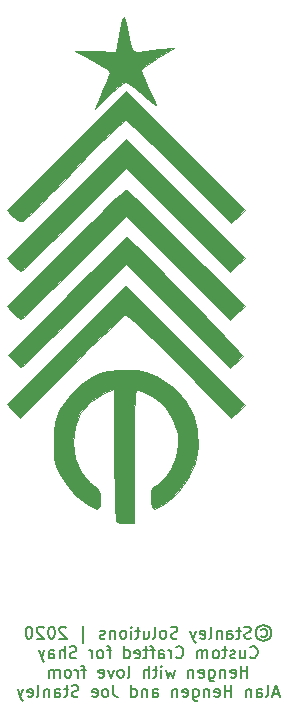
<source format=gbr>
%TF.GenerationSoftware,KiCad,Pcbnew,(5.1.8)-1*%
%TF.CreationDate,2020-12-11T20:22:55-08:00*%
%TF.ProjectId,TasmoTree,5461736d-6f54-4726-9565-2e6b69636164,rev?*%
%TF.SameCoordinates,Original*%
%TF.FileFunction,Legend,Bot*%
%TF.FilePolarity,Positive*%
%FSLAX46Y46*%
G04 Gerber Fmt 4.6, Leading zero omitted, Abs format (unit mm)*
G04 Created by KiCad (PCBNEW (5.1.8)-1) date 2020-12-11 20:22:55*
%MOMM*%
%LPD*%
G01*
G04 APERTURE LIST*
%ADD10C,0.150000*%
%ADD11C,0.010000*%
G04 APERTURE END LIST*
D10*
X136039619Y-120659476D02*
X136134857Y-120611857D01*
X136325333Y-120611857D01*
X136420571Y-120659476D01*
X136515809Y-120754714D01*
X136563428Y-120849952D01*
X136563428Y-121040428D01*
X136515809Y-121135666D01*
X136420571Y-121230904D01*
X136325333Y-121278523D01*
X136134857Y-121278523D01*
X136039619Y-121230904D01*
X136230095Y-120278523D02*
X136468190Y-120326142D01*
X136706285Y-120469000D01*
X136849142Y-120707095D01*
X136896761Y-120945190D01*
X136849142Y-121183285D01*
X136706285Y-121421380D01*
X136468190Y-121564238D01*
X136230095Y-121611857D01*
X135992000Y-121564238D01*
X135753904Y-121421380D01*
X135611047Y-121183285D01*
X135563428Y-120945190D01*
X135611047Y-120707095D01*
X135753904Y-120469000D01*
X135992000Y-120326142D01*
X136230095Y-120278523D01*
X135182476Y-121373761D02*
X135039619Y-121421380D01*
X134801523Y-121421380D01*
X134706285Y-121373761D01*
X134658666Y-121326142D01*
X134611047Y-121230904D01*
X134611047Y-121135666D01*
X134658666Y-121040428D01*
X134706285Y-120992809D01*
X134801523Y-120945190D01*
X134992000Y-120897571D01*
X135087238Y-120849952D01*
X135134857Y-120802333D01*
X135182476Y-120707095D01*
X135182476Y-120611857D01*
X135134857Y-120516619D01*
X135087238Y-120469000D01*
X134992000Y-120421380D01*
X134753904Y-120421380D01*
X134611047Y-120469000D01*
X134325333Y-120754714D02*
X133944380Y-120754714D01*
X134182476Y-120421380D02*
X134182476Y-121278523D01*
X134134857Y-121373761D01*
X134039619Y-121421380D01*
X133944380Y-121421380D01*
X133182476Y-121421380D02*
X133182476Y-120897571D01*
X133230095Y-120802333D01*
X133325333Y-120754714D01*
X133515809Y-120754714D01*
X133611047Y-120802333D01*
X133182476Y-121373761D02*
X133277714Y-121421380D01*
X133515809Y-121421380D01*
X133611047Y-121373761D01*
X133658666Y-121278523D01*
X133658666Y-121183285D01*
X133611047Y-121088047D01*
X133515809Y-121040428D01*
X133277714Y-121040428D01*
X133182476Y-120992809D01*
X132706285Y-120754714D02*
X132706285Y-121421380D01*
X132706285Y-120849952D02*
X132658666Y-120802333D01*
X132563428Y-120754714D01*
X132420571Y-120754714D01*
X132325333Y-120802333D01*
X132277714Y-120897571D01*
X132277714Y-121421380D01*
X131658666Y-121421380D02*
X131753904Y-121373761D01*
X131801523Y-121278523D01*
X131801523Y-120421380D01*
X130896761Y-121373761D02*
X130992000Y-121421380D01*
X131182476Y-121421380D01*
X131277714Y-121373761D01*
X131325333Y-121278523D01*
X131325333Y-120897571D01*
X131277714Y-120802333D01*
X131182476Y-120754714D01*
X130992000Y-120754714D01*
X130896761Y-120802333D01*
X130849142Y-120897571D01*
X130849142Y-120992809D01*
X131325333Y-121088047D01*
X130515809Y-120754714D02*
X130277714Y-121421380D01*
X130039619Y-120754714D02*
X130277714Y-121421380D01*
X130372952Y-121659476D01*
X130420571Y-121707095D01*
X130515809Y-121754714D01*
X128944380Y-121373761D02*
X128801523Y-121421380D01*
X128563428Y-121421380D01*
X128468190Y-121373761D01*
X128420571Y-121326142D01*
X128372952Y-121230904D01*
X128372952Y-121135666D01*
X128420571Y-121040428D01*
X128468190Y-120992809D01*
X128563428Y-120945190D01*
X128753904Y-120897571D01*
X128849142Y-120849952D01*
X128896761Y-120802333D01*
X128944380Y-120707095D01*
X128944380Y-120611857D01*
X128896761Y-120516619D01*
X128849142Y-120469000D01*
X128753904Y-120421380D01*
X128515809Y-120421380D01*
X128372952Y-120469000D01*
X127801523Y-121421380D02*
X127896761Y-121373761D01*
X127944380Y-121326142D01*
X127992000Y-121230904D01*
X127992000Y-120945190D01*
X127944380Y-120849952D01*
X127896761Y-120802333D01*
X127801523Y-120754714D01*
X127658666Y-120754714D01*
X127563428Y-120802333D01*
X127515809Y-120849952D01*
X127468190Y-120945190D01*
X127468190Y-121230904D01*
X127515809Y-121326142D01*
X127563428Y-121373761D01*
X127658666Y-121421380D01*
X127801523Y-121421380D01*
X126896761Y-121421380D02*
X126992000Y-121373761D01*
X127039619Y-121278523D01*
X127039619Y-120421380D01*
X126087238Y-120754714D02*
X126087238Y-121421380D01*
X126515809Y-120754714D02*
X126515809Y-121278523D01*
X126468190Y-121373761D01*
X126372952Y-121421380D01*
X126230095Y-121421380D01*
X126134857Y-121373761D01*
X126087238Y-121326142D01*
X125753904Y-120754714D02*
X125372952Y-120754714D01*
X125611047Y-120421380D02*
X125611047Y-121278523D01*
X125563428Y-121373761D01*
X125468190Y-121421380D01*
X125372952Y-121421380D01*
X125039619Y-121421380D02*
X125039619Y-120754714D01*
X125039619Y-120421380D02*
X125087238Y-120469000D01*
X125039619Y-120516619D01*
X124992000Y-120469000D01*
X125039619Y-120421380D01*
X125039619Y-120516619D01*
X124420571Y-121421380D02*
X124515809Y-121373761D01*
X124563428Y-121326142D01*
X124611047Y-121230904D01*
X124611047Y-120945190D01*
X124563428Y-120849952D01*
X124515809Y-120802333D01*
X124420571Y-120754714D01*
X124277714Y-120754714D01*
X124182476Y-120802333D01*
X124134857Y-120849952D01*
X124087238Y-120945190D01*
X124087238Y-121230904D01*
X124134857Y-121326142D01*
X124182476Y-121373761D01*
X124277714Y-121421380D01*
X124420571Y-121421380D01*
X123658666Y-120754714D02*
X123658666Y-121421380D01*
X123658666Y-120849952D02*
X123611047Y-120802333D01*
X123515809Y-120754714D01*
X123372952Y-120754714D01*
X123277714Y-120802333D01*
X123230095Y-120897571D01*
X123230095Y-121421380D01*
X122801523Y-121373761D02*
X122706285Y-121421380D01*
X122515809Y-121421380D01*
X122420571Y-121373761D01*
X122372952Y-121278523D01*
X122372952Y-121230904D01*
X122420571Y-121135666D01*
X122515809Y-121088047D01*
X122658666Y-121088047D01*
X122753904Y-121040428D01*
X122801523Y-120945190D01*
X122801523Y-120897571D01*
X122753904Y-120802333D01*
X122658666Y-120754714D01*
X122515809Y-120754714D01*
X122420571Y-120802333D01*
X120944380Y-121754714D02*
X120944380Y-120326142D01*
X119515809Y-120516619D02*
X119468190Y-120469000D01*
X119372952Y-120421380D01*
X119134857Y-120421380D01*
X119039619Y-120469000D01*
X118992000Y-120516619D01*
X118944380Y-120611857D01*
X118944380Y-120707095D01*
X118992000Y-120849952D01*
X119563428Y-121421380D01*
X118944380Y-121421380D01*
X118325333Y-120421380D02*
X118230095Y-120421380D01*
X118134857Y-120469000D01*
X118087238Y-120516619D01*
X118039619Y-120611857D01*
X117992000Y-120802333D01*
X117992000Y-121040428D01*
X118039619Y-121230904D01*
X118087238Y-121326142D01*
X118134857Y-121373761D01*
X118230095Y-121421380D01*
X118325333Y-121421380D01*
X118420571Y-121373761D01*
X118468190Y-121326142D01*
X118515809Y-121230904D01*
X118563428Y-121040428D01*
X118563428Y-120802333D01*
X118515809Y-120611857D01*
X118468190Y-120516619D01*
X118420571Y-120469000D01*
X118325333Y-120421380D01*
X117611047Y-120516619D02*
X117563428Y-120469000D01*
X117468190Y-120421380D01*
X117230095Y-120421380D01*
X117134857Y-120469000D01*
X117087238Y-120516619D01*
X117039619Y-120611857D01*
X117039619Y-120707095D01*
X117087238Y-120849952D01*
X117658666Y-121421380D01*
X117039619Y-121421380D01*
X116420571Y-120421380D02*
X116325333Y-120421380D01*
X116230095Y-120469000D01*
X116182476Y-120516619D01*
X116134857Y-120611857D01*
X116087238Y-120802333D01*
X116087238Y-121040428D01*
X116134857Y-121230904D01*
X116182476Y-121326142D01*
X116230095Y-121373761D01*
X116325333Y-121421380D01*
X116420571Y-121421380D01*
X116515809Y-121373761D01*
X116563428Y-121326142D01*
X116611047Y-121230904D01*
X116658666Y-121040428D01*
X116658666Y-120802333D01*
X116611047Y-120611857D01*
X116563428Y-120516619D01*
X116515809Y-120469000D01*
X116420571Y-120421380D01*
X135111047Y-122976142D02*
X135158666Y-123023761D01*
X135301523Y-123071380D01*
X135396761Y-123071380D01*
X135539619Y-123023761D01*
X135634857Y-122928523D01*
X135682476Y-122833285D01*
X135730095Y-122642809D01*
X135730095Y-122499952D01*
X135682476Y-122309476D01*
X135634857Y-122214238D01*
X135539619Y-122119000D01*
X135396761Y-122071380D01*
X135301523Y-122071380D01*
X135158666Y-122119000D01*
X135111047Y-122166619D01*
X134253904Y-122404714D02*
X134253904Y-123071380D01*
X134682476Y-122404714D02*
X134682476Y-122928523D01*
X134634857Y-123023761D01*
X134539619Y-123071380D01*
X134396761Y-123071380D01*
X134301523Y-123023761D01*
X134253904Y-122976142D01*
X133825333Y-123023761D02*
X133730095Y-123071380D01*
X133539619Y-123071380D01*
X133444380Y-123023761D01*
X133396761Y-122928523D01*
X133396761Y-122880904D01*
X133444380Y-122785666D01*
X133539619Y-122738047D01*
X133682476Y-122738047D01*
X133777714Y-122690428D01*
X133825333Y-122595190D01*
X133825333Y-122547571D01*
X133777714Y-122452333D01*
X133682476Y-122404714D01*
X133539619Y-122404714D01*
X133444380Y-122452333D01*
X133111047Y-122404714D02*
X132730095Y-122404714D01*
X132968190Y-122071380D02*
X132968190Y-122928523D01*
X132920571Y-123023761D01*
X132825333Y-123071380D01*
X132730095Y-123071380D01*
X132253904Y-123071380D02*
X132349142Y-123023761D01*
X132396761Y-122976142D01*
X132444380Y-122880904D01*
X132444380Y-122595190D01*
X132396761Y-122499952D01*
X132349142Y-122452333D01*
X132253904Y-122404714D01*
X132111047Y-122404714D01*
X132015809Y-122452333D01*
X131968190Y-122499952D01*
X131920571Y-122595190D01*
X131920571Y-122880904D01*
X131968190Y-122976142D01*
X132015809Y-123023761D01*
X132111047Y-123071380D01*
X132253904Y-123071380D01*
X131492000Y-123071380D02*
X131492000Y-122404714D01*
X131492000Y-122499952D02*
X131444380Y-122452333D01*
X131349142Y-122404714D01*
X131206285Y-122404714D01*
X131111047Y-122452333D01*
X131063428Y-122547571D01*
X131063428Y-123071380D01*
X131063428Y-122547571D02*
X131015809Y-122452333D01*
X130920571Y-122404714D01*
X130777714Y-122404714D01*
X130682476Y-122452333D01*
X130634857Y-122547571D01*
X130634857Y-123071380D01*
X128825333Y-122976142D02*
X128872952Y-123023761D01*
X129015809Y-123071380D01*
X129111047Y-123071380D01*
X129253904Y-123023761D01*
X129349142Y-122928523D01*
X129396761Y-122833285D01*
X129444380Y-122642809D01*
X129444380Y-122499952D01*
X129396761Y-122309476D01*
X129349142Y-122214238D01*
X129253904Y-122119000D01*
X129111047Y-122071380D01*
X129015809Y-122071380D01*
X128872952Y-122119000D01*
X128825333Y-122166619D01*
X128396761Y-123071380D02*
X128396761Y-122404714D01*
X128396761Y-122595190D02*
X128349142Y-122499952D01*
X128301523Y-122452333D01*
X128206285Y-122404714D01*
X128111047Y-122404714D01*
X127349142Y-123071380D02*
X127349142Y-122547571D01*
X127396761Y-122452333D01*
X127492000Y-122404714D01*
X127682476Y-122404714D01*
X127777714Y-122452333D01*
X127349142Y-123023761D02*
X127444380Y-123071380D01*
X127682476Y-123071380D01*
X127777714Y-123023761D01*
X127825333Y-122928523D01*
X127825333Y-122833285D01*
X127777714Y-122738047D01*
X127682476Y-122690428D01*
X127444380Y-122690428D01*
X127349142Y-122642809D01*
X127015809Y-122404714D02*
X126634857Y-122404714D01*
X126872952Y-123071380D02*
X126872952Y-122214238D01*
X126825333Y-122119000D01*
X126730095Y-122071380D01*
X126634857Y-122071380D01*
X126444380Y-122404714D02*
X126063428Y-122404714D01*
X126301523Y-122071380D02*
X126301523Y-122928523D01*
X126253904Y-123023761D01*
X126158666Y-123071380D01*
X126063428Y-123071380D01*
X125349142Y-123023761D02*
X125444380Y-123071380D01*
X125634857Y-123071380D01*
X125730095Y-123023761D01*
X125777714Y-122928523D01*
X125777714Y-122547571D01*
X125730095Y-122452333D01*
X125634857Y-122404714D01*
X125444380Y-122404714D01*
X125349142Y-122452333D01*
X125301523Y-122547571D01*
X125301523Y-122642809D01*
X125777714Y-122738047D01*
X124444380Y-123071380D02*
X124444380Y-122071380D01*
X124444380Y-123023761D02*
X124539619Y-123071380D01*
X124730095Y-123071380D01*
X124825333Y-123023761D01*
X124872952Y-122976142D01*
X124920571Y-122880904D01*
X124920571Y-122595190D01*
X124872952Y-122499952D01*
X124825333Y-122452333D01*
X124730095Y-122404714D01*
X124539619Y-122404714D01*
X124444380Y-122452333D01*
X123349142Y-122404714D02*
X122968190Y-122404714D01*
X123206285Y-123071380D02*
X123206285Y-122214238D01*
X123158666Y-122119000D01*
X123063428Y-122071380D01*
X122968190Y-122071380D01*
X122492000Y-123071380D02*
X122587238Y-123023761D01*
X122634857Y-122976142D01*
X122682476Y-122880904D01*
X122682476Y-122595190D01*
X122634857Y-122499952D01*
X122587238Y-122452333D01*
X122492000Y-122404714D01*
X122349142Y-122404714D01*
X122253904Y-122452333D01*
X122206285Y-122499952D01*
X122158666Y-122595190D01*
X122158666Y-122880904D01*
X122206285Y-122976142D01*
X122253904Y-123023761D01*
X122349142Y-123071380D01*
X122492000Y-123071380D01*
X121730095Y-123071380D02*
X121730095Y-122404714D01*
X121730095Y-122595190D02*
X121682476Y-122499952D01*
X121634857Y-122452333D01*
X121539619Y-122404714D01*
X121444380Y-122404714D01*
X120396761Y-123023761D02*
X120253904Y-123071380D01*
X120015809Y-123071380D01*
X119920571Y-123023761D01*
X119872952Y-122976142D01*
X119825333Y-122880904D01*
X119825333Y-122785666D01*
X119872952Y-122690428D01*
X119920571Y-122642809D01*
X120015809Y-122595190D01*
X120206285Y-122547571D01*
X120301523Y-122499952D01*
X120349142Y-122452333D01*
X120396761Y-122357095D01*
X120396761Y-122261857D01*
X120349142Y-122166619D01*
X120301523Y-122119000D01*
X120206285Y-122071380D01*
X119968190Y-122071380D01*
X119825333Y-122119000D01*
X119396761Y-123071380D02*
X119396761Y-122071380D01*
X118968190Y-123071380D02*
X118968190Y-122547571D01*
X119015809Y-122452333D01*
X119111047Y-122404714D01*
X119253904Y-122404714D01*
X119349142Y-122452333D01*
X119396761Y-122499952D01*
X118063428Y-123071380D02*
X118063428Y-122547571D01*
X118111047Y-122452333D01*
X118206285Y-122404714D01*
X118396761Y-122404714D01*
X118492000Y-122452333D01*
X118063428Y-123023761D02*
X118158666Y-123071380D01*
X118396761Y-123071380D01*
X118492000Y-123023761D01*
X118539619Y-122928523D01*
X118539619Y-122833285D01*
X118492000Y-122738047D01*
X118396761Y-122690428D01*
X118158666Y-122690428D01*
X118063428Y-122642809D01*
X117682476Y-122404714D02*
X117444380Y-123071380D01*
X117206285Y-122404714D02*
X117444380Y-123071380D01*
X117539619Y-123309476D01*
X117587238Y-123357095D01*
X117682476Y-123404714D01*
X134872952Y-124721380D02*
X134872952Y-123721380D01*
X134872952Y-124197571D02*
X134301523Y-124197571D01*
X134301523Y-124721380D02*
X134301523Y-123721380D01*
X133444380Y-124673761D02*
X133539619Y-124721380D01*
X133730095Y-124721380D01*
X133825333Y-124673761D01*
X133872952Y-124578523D01*
X133872952Y-124197571D01*
X133825333Y-124102333D01*
X133730095Y-124054714D01*
X133539619Y-124054714D01*
X133444380Y-124102333D01*
X133396761Y-124197571D01*
X133396761Y-124292809D01*
X133872952Y-124388047D01*
X132968190Y-124054714D02*
X132968190Y-124721380D01*
X132968190Y-124149952D02*
X132920571Y-124102333D01*
X132825333Y-124054714D01*
X132682476Y-124054714D01*
X132587238Y-124102333D01*
X132539619Y-124197571D01*
X132539619Y-124721380D01*
X131634857Y-124054714D02*
X131634857Y-124864238D01*
X131682476Y-124959476D01*
X131730095Y-125007095D01*
X131825333Y-125054714D01*
X131968190Y-125054714D01*
X132063428Y-125007095D01*
X131634857Y-124673761D02*
X131730095Y-124721380D01*
X131920571Y-124721380D01*
X132015809Y-124673761D01*
X132063428Y-124626142D01*
X132111047Y-124530904D01*
X132111047Y-124245190D01*
X132063428Y-124149952D01*
X132015809Y-124102333D01*
X131920571Y-124054714D01*
X131730095Y-124054714D01*
X131634857Y-124102333D01*
X130777714Y-124673761D02*
X130872952Y-124721380D01*
X131063428Y-124721380D01*
X131158666Y-124673761D01*
X131206285Y-124578523D01*
X131206285Y-124197571D01*
X131158666Y-124102333D01*
X131063428Y-124054714D01*
X130872952Y-124054714D01*
X130777714Y-124102333D01*
X130730095Y-124197571D01*
X130730095Y-124292809D01*
X131206285Y-124388047D01*
X130301523Y-124054714D02*
X130301523Y-124721380D01*
X130301523Y-124149952D02*
X130253904Y-124102333D01*
X130158666Y-124054714D01*
X130015809Y-124054714D01*
X129920571Y-124102333D01*
X129872952Y-124197571D01*
X129872952Y-124721380D01*
X128730095Y-124054714D02*
X128539619Y-124721380D01*
X128349142Y-124245190D01*
X128158666Y-124721380D01*
X127968190Y-124054714D01*
X127587238Y-124721380D02*
X127587238Y-124054714D01*
X127587238Y-123721380D02*
X127634857Y-123769000D01*
X127587238Y-123816619D01*
X127539619Y-123769000D01*
X127587238Y-123721380D01*
X127587238Y-123816619D01*
X127253904Y-124054714D02*
X126872952Y-124054714D01*
X127111047Y-123721380D02*
X127111047Y-124578523D01*
X127063428Y-124673761D01*
X126968190Y-124721380D01*
X126872952Y-124721380D01*
X126539619Y-124721380D02*
X126539619Y-123721380D01*
X126111047Y-124721380D02*
X126111047Y-124197571D01*
X126158666Y-124102333D01*
X126253904Y-124054714D01*
X126396761Y-124054714D01*
X126492000Y-124102333D01*
X126539619Y-124149952D01*
X124730095Y-124721380D02*
X124825333Y-124673761D01*
X124872952Y-124578523D01*
X124872952Y-123721380D01*
X124206285Y-124721380D02*
X124301523Y-124673761D01*
X124349142Y-124626142D01*
X124396761Y-124530904D01*
X124396761Y-124245190D01*
X124349142Y-124149952D01*
X124301523Y-124102333D01*
X124206285Y-124054714D01*
X124063428Y-124054714D01*
X123968190Y-124102333D01*
X123920571Y-124149952D01*
X123872952Y-124245190D01*
X123872952Y-124530904D01*
X123920571Y-124626142D01*
X123968190Y-124673761D01*
X124063428Y-124721380D01*
X124206285Y-124721380D01*
X123539619Y-124054714D02*
X123301523Y-124721380D01*
X123063428Y-124054714D01*
X122301523Y-124673761D02*
X122396761Y-124721380D01*
X122587238Y-124721380D01*
X122682476Y-124673761D01*
X122730095Y-124578523D01*
X122730095Y-124197571D01*
X122682476Y-124102333D01*
X122587238Y-124054714D01*
X122396761Y-124054714D01*
X122301523Y-124102333D01*
X122253904Y-124197571D01*
X122253904Y-124292809D01*
X122730095Y-124388047D01*
X121206285Y-124054714D02*
X120825333Y-124054714D01*
X121063428Y-124721380D02*
X121063428Y-123864238D01*
X121015809Y-123769000D01*
X120920571Y-123721380D01*
X120825333Y-123721380D01*
X120492000Y-124721380D02*
X120492000Y-124054714D01*
X120492000Y-124245190D02*
X120444380Y-124149952D01*
X120396761Y-124102333D01*
X120301523Y-124054714D01*
X120206285Y-124054714D01*
X119730095Y-124721380D02*
X119825333Y-124673761D01*
X119872952Y-124626142D01*
X119920571Y-124530904D01*
X119920571Y-124245190D01*
X119872952Y-124149952D01*
X119825333Y-124102333D01*
X119730095Y-124054714D01*
X119587238Y-124054714D01*
X119492000Y-124102333D01*
X119444380Y-124149952D01*
X119396761Y-124245190D01*
X119396761Y-124530904D01*
X119444380Y-124626142D01*
X119492000Y-124673761D01*
X119587238Y-124721380D01*
X119730095Y-124721380D01*
X118968190Y-124721380D02*
X118968190Y-124054714D01*
X118968190Y-124149952D02*
X118920571Y-124102333D01*
X118825333Y-124054714D01*
X118682476Y-124054714D01*
X118587238Y-124102333D01*
X118539619Y-124197571D01*
X118539619Y-124721380D01*
X118539619Y-124197571D02*
X118492000Y-124102333D01*
X118396761Y-124054714D01*
X118253904Y-124054714D01*
X118158666Y-124102333D01*
X118111047Y-124197571D01*
X118111047Y-124721380D01*
X137515809Y-126085666D02*
X137039619Y-126085666D01*
X137611047Y-126371380D02*
X137277714Y-125371380D01*
X136944380Y-126371380D01*
X136468190Y-126371380D02*
X136563428Y-126323761D01*
X136611047Y-126228523D01*
X136611047Y-125371380D01*
X135658666Y-126371380D02*
X135658666Y-125847571D01*
X135706285Y-125752333D01*
X135801523Y-125704714D01*
X135992000Y-125704714D01*
X136087238Y-125752333D01*
X135658666Y-126323761D02*
X135753904Y-126371380D01*
X135992000Y-126371380D01*
X136087238Y-126323761D01*
X136134857Y-126228523D01*
X136134857Y-126133285D01*
X136087238Y-126038047D01*
X135992000Y-125990428D01*
X135753904Y-125990428D01*
X135658666Y-125942809D01*
X135182476Y-125704714D02*
X135182476Y-126371380D01*
X135182476Y-125799952D02*
X135134857Y-125752333D01*
X135039619Y-125704714D01*
X134896761Y-125704714D01*
X134801523Y-125752333D01*
X134753904Y-125847571D01*
X134753904Y-126371380D01*
X133515809Y-126371380D02*
X133515809Y-125371380D01*
X133515809Y-125847571D02*
X132944380Y-125847571D01*
X132944380Y-126371380D02*
X132944380Y-125371380D01*
X132087238Y-126323761D02*
X132182476Y-126371380D01*
X132372952Y-126371380D01*
X132468190Y-126323761D01*
X132515809Y-126228523D01*
X132515809Y-125847571D01*
X132468190Y-125752333D01*
X132372952Y-125704714D01*
X132182476Y-125704714D01*
X132087238Y-125752333D01*
X132039619Y-125847571D01*
X132039619Y-125942809D01*
X132515809Y-126038047D01*
X131611047Y-125704714D02*
X131611047Y-126371380D01*
X131611047Y-125799952D02*
X131563428Y-125752333D01*
X131468190Y-125704714D01*
X131325333Y-125704714D01*
X131230095Y-125752333D01*
X131182476Y-125847571D01*
X131182476Y-126371380D01*
X130277714Y-125704714D02*
X130277714Y-126514238D01*
X130325333Y-126609476D01*
X130372952Y-126657095D01*
X130468190Y-126704714D01*
X130611047Y-126704714D01*
X130706285Y-126657095D01*
X130277714Y-126323761D02*
X130372952Y-126371380D01*
X130563428Y-126371380D01*
X130658666Y-126323761D01*
X130706285Y-126276142D01*
X130753904Y-126180904D01*
X130753904Y-125895190D01*
X130706285Y-125799952D01*
X130658666Y-125752333D01*
X130563428Y-125704714D01*
X130372952Y-125704714D01*
X130277714Y-125752333D01*
X129420571Y-126323761D02*
X129515809Y-126371380D01*
X129706285Y-126371380D01*
X129801523Y-126323761D01*
X129849142Y-126228523D01*
X129849142Y-125847571D01*
X129801523Y-125752333D01*
X129706285Y-125704714D01*
X129515809Y-125704714D01*
X129420571Y-125752333D01*
X129372952Y-125847571D01*
X129372952Y-125942809D01*
X129849142Y-126038047D01*
X128944380Y-125704714D02*
X128944380Y-126371380D01*
X128944380Y-125799952D02*
X128896761Y-125752333D01*
X128801523Y-125704714D01*
X128658666Y-125704714D01*
X128563428Y-125752333D01*
X128515809Y-125847571D01*
X128515809Y-126371380D01*
X126849142Y-126371380D02*
X126849142Y-125847571D01*
X126896761Y-125752333D01*
X126992000Y-125704714D01*
X127182476Y-125704714D01*
X127277714Y-125752333D01*
X126849142Y-126323761D02*
X126944380Y-126371380D01*
X127182476Y-126371380D01*
X127277714Y-126323761D01*
X127325333Y-126228523D01*
X127325333Y-126133285D01*
X127277714Y-126038047D01*
X127182476Y-125990428D01*
X126944380Y-125990428D01*
X126849142Y-125942809D01*
X126372952Y-125704714D02*
X126372952Y-126371380D01*
X126372952Y-125799952D02*
X126325333Y-125752333D01*
X126230095Y-125704714D01*
X126087238Y-125704714D01*
X125992000Y-125752333D01*
X125944380Y-125847571D01*
X125944380Y-126371380D01*
X125039619Y-126371380D02*
X125039619Y-125371380D01*
X125039619Y-126323761D02*
X125134857Y-126371380D01*
X125325333Y-126371380D01*
X125420571Y-126323761D01*
X125468190Y-126276142D01*
X125515809Y-126180904D01*
X125515809Y-125895190D01*
X125468190Y-125799952D01*
X125420571Y-125752333D01*
X125325333Y-125704714D01*
X125134857Y-125704714D01*
X125039619Y-125752333D01*
X123515809Y-125371380D02*
X123515809Y-126085666D01*
X123563428Y-126228523D01*
X123658666Y-126323761D01*
X123801523Y-126371380D01*
X123896761Y-126371380D01*
X122896761Y-126371380D02*
X122992000Y-126323761D01*
X123039619Y-126276142D01*
X123087238Y-126180904D01*
X123087238Y-125895190D01*
X123039619Y-125799952D01*
X122992000Y-125752333D01*
X122896761Y-125704714D01*
X122753904Y-125704714D01*
X122658666Y-125752333D01*
X122611047Y-125799952D01*
X122563428Y-125895190D01*
X122563428Y-126180904D01*
X122611047Y-126276142D01*
X122658666Y-126323761D01*
X122753904Y-126371380D01*
X122896761Y-126371380D01*
X121753904Y-126323761D02*
X121849142Y-126371380D01*
X122039619Y-126371380D01*
X122134857Y-126323761D01*
X122182476Y-126228523D01*
X122182476Y-125847571D01*
X122134857Y-125752333D01*
X122039619Y-125704714D01*
X121849142Y-125704714D01*
X121753904Y-125752333D01*
X121706285Y-125847571D01*
X121706285Y-125942809D01*
X122182476Y-126038047D01*
X120563428Y-126323761D02*
X120420571Y-126371380D01*
X120182476Y-126371380D01*
X120087238Y-126323761D01*
X120039619Y-126276142D01*
X119992000Y-126180904D01*
X119992000Y-126085666D01*
X120039619Y-125990428D01*
X120087238Y-125942809D01*
X120182476Y-125895190D01*
X120372952Y-125847571D01*
X120468190Y-125799952D01*
X120515809Y-125752333D01*
X120563428Y-125657095D01*
X120563428Y-125561857D01*
X120515809Y-125466619D01*
X120468190Y-125419000D01*
X120372952Y-125371380D01*
X120134857Y-125371380D01*
X119992000Y-125419000D01*
X119706285Y-125704714D02*
X119325333Y-125704714D01*
X119563428Y-125371380D02*
X119563428Y-126228523D01*
X119515809Y-126323761D01*
X119420571Y-126371380D01*
X119325333Y-126371380D01*
X118563428Y-126371380D02*
X118563428Y-125847571D01*
X118611047Y-125752333D01*
X118706285Y-125704714D01*
X118896761Y-125704714D01*
X118992000Y-125752333D01*
X118563428Y-126323761D02*
X118658666Y-126371380D01*
X118896761Y-126371380D01*
X118992000Y-126323761D01*
X119039619Y-126228523D01*
X119039619Y-126133285D01*
X118992000Y-126038047D01*
X118896761Y-125990428D01*
X118658666Y-125990428D01*
X118563428Y-125942809D01*
X118087238Y-125704714D02*
X118087238Y-126371380D01*
X118087238Y-125799952D02*
X118039619Y-125752333D01*
X117944380Y-125704714D01*
X117801523Y-125704714D01*
X117706285Y-125752333D01*
X117658666Y-125847571D01*
X117658666Y-126371380D01*
X117039619Y-126371380D02*
X117134857Y-126323761D01*
X117182476Y-126228523D01*
X117182476Y-125371380D01*
X116277714Y-126323761D02*
X116372952Y-126371380D01*
X116563428Y-126371380D01*
X116658666Y-126323761D01*
X116706285Y-126228523D01*
X116706285Y-125847571D01*
X116658666Y-125752333D01*
X116563428Y-125704714D01*
X116372952Y-125704714D01*
X116277714Y-125752333D01*
X116230095Y-125847571D01*
X116230095Y-125942809D01*
X116706285Y-126038047D01*
X115896761Y-125704714D02*
X115658666Y-126371380D01*
X115420571Y-125704714D02*
X115658666Y-126371380D01*
X115753904Y-126609476D01*
X115801523Y-126657095D01*
X115896761Y-126704714D01*
D11*
%TO.C,G\u002A\u002A\u002A*%
G36*
X124515405Y-69066510D02*
G01*
X124673414Y-69707008D01*
X124774003Y-70162959D01*
X124958748Y-70978552D01*
X125102417Y-71470069D01*
X125246561Y-71711350D01*
X125432727Y-71776230D01*
X125664758Y-71745955D01*
X126154285Y-71669254D01*
X126865298Y-71578621D01*
X127406400Y-71518686D01*
X128625600Y-71392981D01*
X127254000Y-72232950D01*
X126608978Y-72656678D01*
X126126964Y-73028024D01*
X125892569Y-73280192D01*
X125882560Y-73315659D01*
X125964890Y-73610929D01*
X126180849Y-74154355D01*
X126484148Y-74829689D01*
X126492160Y-74846644D01*
X126794168Y-75497910D01*
X127012173Y-75992579D01*
X127101326Y-76228693D01*
X127101600Y-76232199D01*
X126961805Y-76156336D01*
X126590999Y-75868009D01*
X126062045Y-75424604D01*
X125917436Y-75299554D01*
X125331823Y-74809359D01*
X124855460Y-74445739D01*
X124576052Y-74274834D01*
X124551728Y-74269600D01*
X124331903Y-74403199D01*
X123907489Y-74758408D01*
X123358612Y-75266840D01*
X123182700Y-75438000D01*
X121995216Y-76606400D01*
X122393872Y-75590400D01*
X122680329Y-74879687D01*
X122955966Y-74226320D01*
X123063481Y-73984433D01*
X123192609Y-73712240D01*
X123242121Y-73516828D01*
X123159027Y-73341813D01*
X122890336Y-73130810D01*
X122383059Y-72827434D01*
X121584206Y-72375301D01*
X121513600Y-72335262D01*
X120294400Y-71643411D01*
X122005823Y-71686505D01*
X123717246Y-71729600D01*
X123979314Y-70330326D01*
X124153692Y-69428971D01*
X124282918Y-68921726D01*
X124394365Y-68802828D01*
X124515405Y-69066510D01*
G37*
X124515405Y-69066510D02*
X124673414Y-69707008D01*
X124774003Y-70162959D01*
X124958748Y-70978552D01*
X125102417Y-71470069D01*
X125246561Y-71711350D01*
X125432727Y-71776230D01*
X125664758Y-71745955D01*
X126154285Y-71669254D01*
X126865298Y-71578621D01*
X127406400Y-71518686D01*
X128625600Y-71392981D01*
X127254000Y-72232950D01*
X126608978Y-72656678D01*
X126126964Y-73028024D01*
X125892569Y-73280192D01*
X125882560Y-73315659D01*
X125964890Y-73610929D01*
X126180849Y-74154355D01*
X126484148Y-74829689D01*
X126492160Y-74846644D01*
X126794168Y-75497910D01*
X127012173Y-75992579D01*
X127101326Y-76228693D01*
X127101600Y-76232199D01*
X126961805Y-76156336D01*
X126590999Y-75868009D01*
X126062045Y-75424604D01*
X125917436Y-75299554D01*
X125331823Y-74809359D01*
X124855460Y-74445739D01*
X124576052Y-74274834D01*
X124551728Y-74269600D01*
X124331903Y-74403199D01*
X123907489Y-74758408D01*
X123358612Y-75266840D01*
X123182700Y-75438000D01*
X121995216Y-76606400D01*
X122393872Y-75590400D01*
X122680329Y-74879687D01*
X122955966Y-74226320D01*
X123063481Y-73984433D01*
X123192609Y-73712240D01*
X123242121Y-73516828D01*
X123159027Y-73341813D01*
X122890336Y-73130810D01*
X122383059Y-72827434D01*
X121584206Y-72375301D01*
X121513600Y-72335262D01*
X120294400Y-71643411D01*
X122005823Y-71686505D01*
X123717246Y-71729600D01*
X123979314Y-70330326D01*
X124153692Y-69428971D01*
X124282918Y-68921726D01*
X124394365Y-68802828D01*
X124515405Y-69066510D01*
G36*
X134631526Y-85155322D02*
G01*
X133489712Y-86249250D01*
X129129028Y-81885025D01*
X128032306Y-80794893D01*
X127021330Y-79804270D01*
X126133209Y-78948398D01*
X125405056Y-78262516D01*
X124873979Y-77781866D01*
X124577090Y-77541687D01*
X124533210Y-77520800D01*
X124336493Y-77661281D01*
X123895942Y-78058333D01*
X123249181Y-78675366D01*
X122433831Y-79475790D01*
X121487517Y-80423014D01*
X120447861Y-81480450D01*
X120197745Y-81737200D01*
X119138727Y-82822172D01*
X118163411Y-83813724D01*
X117309881Y-84673745D01*
X116616220Y-85364125D01*
X116120513Y-85846752D01*
X115860841Y-86083516D01*
X115839353Y-86098723D01*
X115527245Y-86060836D01*
X115098491Y-85738465D01*
X115046941Y-85686105D01*
X114512591Y-85128365D01*
X119538605Y-80105367D01*
X124564618Y-75082370D01*
X134631526Y-85155322D01*
G37*
X134631526Y-85155322D02*
X133489712Y-86249250D01*
X129129028Y-81885025D01*
X128032306Y-80794893D01*
X127021330Y-79804270D01*
X126133209Y-78948398D01*
X125405056Y-78262516D01*
X124873979Y-77781866D01*
X124577090Y-77541687D01*
X124533210Y-77520800D01*
X124336493Y-77661281D01*
X123895942Y-78058333D01*
X123249181Y-78675366D01*
X122433831Y-79475790D01*
X121487517Y-80423014D01*
X120447861Y-81480450D01*
X120197745Y-81737200D01*
X119138727Y-82822172D01*
X118163411Y-83813724D01*
X117309881Y-84673745D01*
X116616220Y-85364125D01*
X116120513Y-85846752D01*
X115860841Y-86083516D01*
X115839353Y-86098723D01*
X115527245Y-86060836D01*
X115098491Y-85738465D01*
X115046941Y-85686105D01*
X114512591Y-85128365D01*
X119538605Y-80105367D01*
X124564618Y-75082370D01*
X134631526Y-85155322D01*
G36*
X134631526Y-89219322D02*
G01*
X134010517Y-89814287D01*
X133389507Y-90409252D01*
X128973820Y-85996987D01*
X124558133Y-81584721D01*
X120192839Y-85953560D01*
X119100899Y-87042706D01*
X118101282Y-88032714D01*
X117229954Y-88888524D01*
X116522879Y-89575074D01*
X116016024Y-90057300D01*
X115745354Y-90300142D01*
X115711389Y-90322400D01*
X115509500Y-90189554D01*
X115154234Y-89860074D01*
X115053912Y-89757382D01*
X114512591Y-89192365D01*
X119538605Y-84169367D01*
X124564618Y-79146370D01*
X134631526Y-89219322D01*
G37*
X134631526Y-89219322D02*
X134010517Y-89814287D01*
X133389507Y-90409252D01*
X128973820Y-85996987D01*
X124558133Y-81584721D01*
X120192839Y-85953560D01*
X119100899Y-87042706D01*
X118101282Y-88032714D01*
X117229954Y-88888524D01*
X116522879Y-89575074D01*
X116016024Y-90057300D01*
X115745354Y-90300142D01*
X115711389Y-90322400D01*
X115509500Y-90189554D01*
X115154234Y-89860074D01*
X115053912Y-89757382D01*
X114512591Y-89192365D01*
X119538605Y-84169367D01*
X124564618Y-79146370D01*
X134631526Y-89219322D01*
G36*
X124751288Y-83552477D02*
G01*
X125189443Y-83947065D01*
X125844738Y-84564297D01*
X126682765Y-85371109D01*
X127669119Y-86334435D01*
X128769391Y-87421208D01*
X129699703Y-88348476D01*
X134631496Y-93283352D01*
X134010501Y-93878302D01*
X133389507Y-94473252D01*
X128973820Y-90060987D01*
X124558133Y-85648721D01*
X120192839Y-90017560D01*
X119100899Y-91106706D01*
X118101282Y-92096714D01*
X117229954Y-92952524D01*
X116522879Y-93639074D01*
X116016024Y-94121300D01*
X115745354Y-94364142D01*
X115711389Y-94386400D01*
X115509500Y-94253554D01*
X115154232Y-93924073D01*
X115053897Y-93821366D01*
X114512561Y-93256333D01*
X119437005Y-88334966D01*
X120602601Y-87175826D01*
X121681475Y-86113899D01*
X122639158Y-85182267D01*
X123441184Y-84414010D01*
X124053084Y-83842209D01*
X124440392Y-83499945D01*
X124564679Y-83413600D01*
X124751288Y-83552477D01*
G37*
X124751288Y-83552477D02*
X125189443Y-83947065D01*
X125844738Y-84564297D01*
X126682765Y-85371109D01*
X127669119Y-86334435D01*
X128769391Y-87421208D01*
X129699703Y-88348476D01*
X134631496Y-93283352D01*
X134010501Y-93878302D01*
X133389507Y-94473252D01*
X128973820Y-90060987D01*
X124558133Y-85648721D01*
X120192839Y-90017560D01*
X119100899Y-91106706D01*
X118101282Y-92096714D01*
X117229954Y-92952524D01*
X116522879Y-93639074D01*
X116016024Y-94121300D01*
X115745354Y-94364142D01*
X115711389Y-94386400D01*
X115509500Y-94253554D01*
X115154232Y-93924073D01*
X115053897Y-93821366D01*
X114512561Y-93256333D01*
X119437005Y-88334966D01*
X120602601Y-87175826D01*
X121681475Y-86113899D01*
X122639158Y-85182267D01*
X123441184Y-84414010D01*
X124053084Y-83842209D01*
X124440392Y-83499945D01*
X124564679Y-83413600D01*
X124751288Y-83552477D01*
G36*
X127123736Y-89825420D02*
G01*
X128173529Y-90878710D01*
X129372492Y-92099265D01*
X130593321Y-93356488D01*
X131708711Y-94519781D01*
X132026953Y-94855500D01*
X134485362Y-97458200D01*
X133397912Y-98545650D01*
X128978023Y-94129186D01*
X124558133Y-89712721D01*
X120192839Y-94081560D01*
X119100782Y-95170740D01*
X118100905Y-96160776D01*
X117229198Y-97016601D01*
X116521649Y-97703152D01*
X116014251Y-98185361D01*
X115742992Y-98428164D01*
X115708792Y-98450400D01*
X115503693Y-98316911D01*
X115158386Y-97990255D01*
X115108164Y-97937465D01*
X114626287Y-97424530D01*
X118476343Y-93517865D01*
X119568736Y-92412705D01*
X120633446Y-91341611D01*
X121617370Y-90357549D01*
X122467400Y-89513487D01*
X123130433Y-88862393D01*
X123502665Y-88504620D01*
X124678930Y-87398041D01*
X127123736Y-89825420D01*
G37*
X127123736Y-89825420D02*
X128173529Y-90878710D01*
X129372492Y-92099265D01*
X130593321Y-93356488D01*
X131708711Y-94519781D01*
X132026953Y-94855500D01*
X134485362Y-97458200D01*
X133397912Y-98545650D01*
X128978023Y-94129186D01*
X124558133Y-89712721D01*
X120192839Y-94081560D01*
X119100782Y-95170740D01*
X118100905Y-96160776D01*
X117229198Y-97016601D01*
X116521649Y-97703152D01*
X116014251Y-98185361D01*
X115742992Y-98428164D01*
X115708792Y-98450400D01*
X115503693Y-98316911D01*
X115158386Y-97990255D01*
X115108164Y-97937465D01*
X114626287Y-97424530D01*
X118476343Y-93517865D01*
X119568736Y-92412705D01*
X120633446Y-91341611D01*
X121617370Y-90357549D01*
X122467400Y-89513487D01*
X123130433Y-88862393D01*
X123502665Y-88504620D01*
X124678930Y-87398041D01*
X127123736Y-89825420D01*
G36*
X134631526Y-101614522D02*
G01*
X133489712Y-102708450D01*
X129129028Y-98344225D01*
X128033748Y-97254517D01*
X127025981Y-96264224D01*
X126142536Y-95408543D01*
X125420221Y-94722672D01*
X124895846Y-94241809D01*
X124606218Y-94001151D01*
X124565066Y-93980000D01*
X124375759Y-94118519D01*
X123937239Y-94510668D01*
X123286278Y-95121334D01*
X122459651Y-95915400D01*
X121494129Y-96857755D01*
X120426487Y-97913284D01*
X119983934Y-98354461D01*
X115606081Y-102728922D01*
X115059336Y-102158243D01*
X114512591Y-101587565D01*
X119538605Y-96564567D01*
X124564618Y-91541570D01*
X134631526Y-101614522D01*
G37*
X134631526Y-101614522D02*
X133489712Y-102708450D01*
X129129028Y-98344225D01*
X128033748Y-97254517D01*
X127025981Y-96264224D01*
X126142536Y-95408543D01*
X125420221Y-94722672D01*
X124895846Y-94241809D01*
X124606218Y-94001151D01*
X124565066Y-93980000D01*
X124375759Y-94118519D01*
X123937239Y-94510668D01*
X123286278Y-95121334D01*
X122459651Y-95915400D01*
X121494129Y-96857755D01*
X120426487Y-97913284D01*
X119983934Y-98354461D01*
X115606081Y-102728922D01*
X115059336Y-102158243D01*
X114512591Y-101587565D01*
X119538605Y-96564567D01*
X124564618Y-91541570D01*
X134631526Y-101614522D01*
G36*
X125567926Y-98697367D02*
G01*
X126314397Y-98864645D01*
X127131229Y-99209394D01*
X127271314Y-99278544D01*
X128562175Y-100127979D01*
X129554317Y-101199721D01*
X130243258Y-102435743D01*
X130624516Y-103778019D01*
X130693606Y-105168522D01*
X130446048Y-106549228D01*
X129877357Y-107862109D01*
X128983051Y-109049140D01*
X128086373Y-109828860D01*
X127425332Y-110266843D01*
X127008038Y-110415226D01*
X126783394Y-110264105D01*
X126700301Y-109803572D01*
X126695200Y-109559136D01*
X126738911Y-108958850D01*
X126913408Y-108610748D01*
X127197096Y-108410466D01*
X127856117Y-107858762D01*
X128415735Y-107025125D01*
X128825057Y-106031119D01*
X129033188Y-104998305D01*
X129000388Y-104103207D01*
X128617110Y-102949087D01*
X127971621Y-101893714D01*
X127577409Y-101458379D01*
X127080419Y-101068687D01*
X126495579Y-100722988D01*
X125938969Y-100476498D01*
X125526666Y-100384433D01*
X125400209Y-100422723D01*
X125366755Y-100651677D01*
X125336585Y-101233388D01*
X125310904Y-102114220D01*
X125290913Y-103240534D01*
X125277816Y-104558693D01*
X125272816Y-106015061D01*
X125272800Y-106104266D01*
X125272800Y-111658400D01*
X124555222Y-111658400D01*
X124053057Y-111593434D01*
X123759142Y-111434079D01*
X123743200Y-111404400D01*
X123716192Y-111140364D01*
X123688307Y-110525916D01*
X123660986Y-109617036D01*
X123635666Y-108469706D01*
X123613789Y-107139906D01*
X123597178Y-105724520D01*
X123545600Y-100298640D01*
X122732800Y-100666237D01*
X121565715Y-101383343D01*
X120737776Y-102324274D01*
X120250821Y-103486171D01*
X120105562Y-104749600D01*
X120267972Y-106135301D01*
X120757425Y-107284778D01*
X121579549Y-108210505D01*
X121714924Y-108317945D01*
X122184377Y-108741070D01*
X122389003Y-109164645D01*
X122428000Y-109650517D01*
X122374352Y-110196694D01*
X122175392Y-110412897D01*
X121774095Y-110320186D01*
X121310400Y-110063281D01*
X120293463Y-109254665D01*
X119398824Y-108201230D01*
X118921716Y-107402316D01*
X118675727Y-106807434D01*
X118535402Y-106173663D01*
X118476654Y-105359422D01*
X118470466Y-104749600D01*
X118493099Y-103814809D01*
X118574312Y-103137273D01*
X118743485Y-102568895D01*
X119019648Y-101981335D01*
X119731543Y-100931740D01*
X120669575Y-99991553D01*
X121712601Y-99269402D01*
X122373869Y-98973660D01*
X123099937Y-98800293D01*
X124002771Y-98684065D01*
X124666942Y-98653600D01*
X125567926Y-98697367D01*
G37*
X125567926Y-98697367D02*
X126314397Y-98864645D01*
X127131229Y-99209394D01*
X127271314Y-99278544D01*
X128562175Y-100127979D01*
X129554317Y-101199721D01*
X130243258Y-102435743D01*
X130624516Y-103778019D01*
X130693606Y-105168522D01*
X130446048Y-106549228D01*
X129877357Y-107862109D01*
X128983051Y-109049140D01*
X128086373Y-109828860D01*
X127425332Y-110266843D01*
X127008038Y-110415226D01*
X126783394Y-110264105D01*
X126700301Y-109803572D01*
X126695200Y-109559136D01*
X126738911Y-108958850D01*
X126913408Y-108610748D01*
X127197096Y-108410466D01*
X127856117Y-107858762D01*
X128415735Y-107025125D01*
X128825057Y-106031119D01*
X129033188Y-104998305D01*
X129000388Y-104103207D01*
X128617110Y-102949087D01*
X127971621Y-101893714D01*
X127577409Y-101458379D01*
X127080419Y-101068687D01*
X126495579Y-100722988D01*
X125938969Y-100476498D01*
X125526666Y-100384433D01*
X125400209Y-100422723D01*
X125366755Y-100651677D01*
X125336585Y-101233388D01*
X125310904Y-102114220D01*
X125290913Y-103240534D01*
X125277816Y-104558693D01*
X125272816Y-106015061D01*
X125272800Y-106104266D01*
X125272800Y-111658400D01*
X124555222Y-111658400D01*
X124053057Y-111593434D01*
X123759142Y-111434079D01*
X123743200Y-111404400D01*
X123716192Y-111140364D01*
X123688307Y-110525916D01*
X123660986Y-109617036D01*
X123635666Y-108469706D01*
X123613789Y-107139906D01*
X123597178Y-105724520D01*
X123545600Y-100298640D01*
X122732800Y-100666237D01*
X121565715Y-101383343D01*
X120737776Y-102324274D01*
X120250821Y-103486171D01*
X120105562Y-104749600D01*
X120267972Y-106135301D01*
X120757425Y-107284778D01*
X121579549Y-108210505D01*
X121714924Y-108317945D01*
X122184377Y-108741070D01*
X122389003Y-109164645D01*
X122428000Y-109650517D01*
X122374352Y-110196694D01*
X122175392Y-110412897D01*
X121774095Y-110320186D01*
X121310400Y-110063281D01*
X120293463Y-109254665D01*
X119398824Y-108201230D01*
X118921716Y-107402316D01*
X118675727Y-106807434D01*
X118535402Y-106173663D01*
X118476654Y-105359422D01*
X118470466Y-104749600D01*
X118493099Y-103814809D01*
X118574312Y-103137273D01*
X118743485Y-102568895D01*
X119019648Y-101981335D01*
X119731543Y-100931740D01*
X120669575Y-99991553D01*
X121712601Y-99269402D01*
X122373869Y-98973660D01*
X123099937Y-98800293D01*
X124002771Y-98684065D01*
X124666942Y-98653600D01*
X125567926Y-98697367D01*
%TD*%
M02*

</source>
